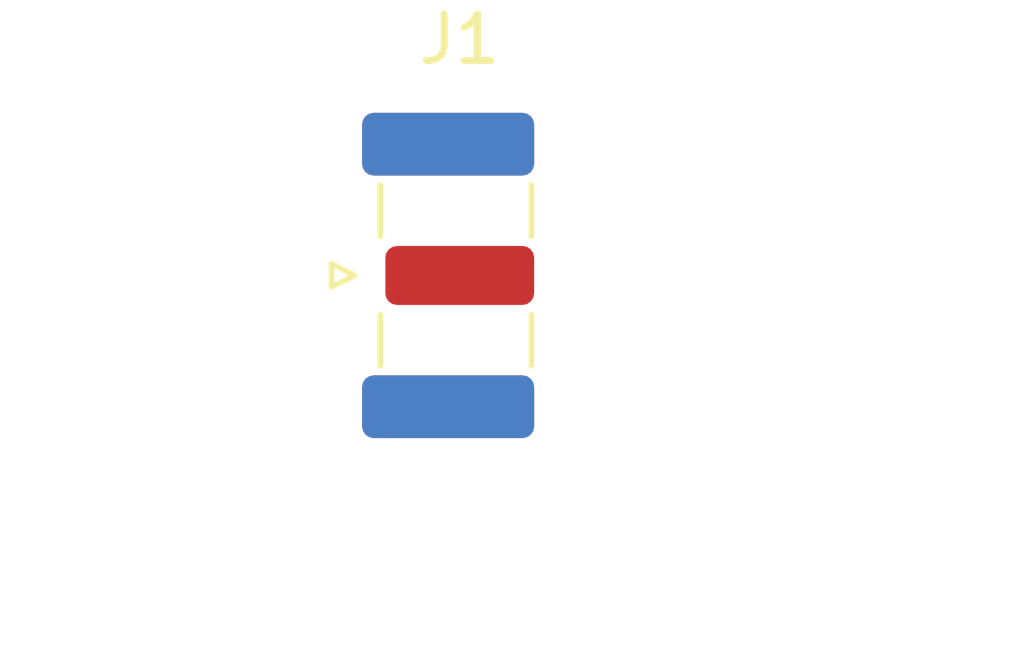
<source format=kicad_pcb>
(kicad_pcb (version 20240108) (generator "pcbnew") (generator_version "8.0")
  (layers (0 "F.Cu" signal) (31 "B.Cu" signal) (34 "B.Paste" user) (35 "F.Paste" user) (36 "B.SilkS" user "B.Silkscreen") (37 "F.SilkS" user "F.Silkscreen") (38 "B.Mask" user) (39 "F.Mask" user) (44 "Edge.Cuts" user))
  (net 0 "")
  (net 2 "/ANT")
  (footprint "Connector_Coaxial:SMA_Samtec_SMA-J-P-H-ST-EM1_EdgeMount" (layer "F.Cu") (at 147.8645 95.885)
    (property "Reference" "J1" (at 0 -5.08 180) (layer "F.SilkS"))
    (property "Value" "Conn_Coaxial")
    (fp_line (start -2.76 -0.25) (end -2.76 0.25) (stroke (width 0.12)) (layer "F.SilkS"))
    (fp_line (start -2.76 0.25) (end -2.26 0) (stroke (width 0.12)) (layer "F.SilkS"))
    (fp_line (start -2.26 0) (end -2.76 -0.25) (stroke (width 0.12)) (layer "F.SilkS"))
    (fp_line (start -1.71 -0.84) (end -1.71 -1.95) (stroke (width 0.12)) (layer "F.SilkS"))
    (fp_line (start -1.71 1.95) (end -1.71 0.84) (stroke (width 0.12)) (layer "F.SilkS"))
    (fp_line (start 1.54 -0.84) (end 1.54 -1.95) (stroke (width 0.12)) (layer "F.SilkS"))
    (fp_line (start 1.54 1.95) (end 1.54 0.84) (stroke (width 0.12)) (layer "F.SilkS"))
    (pad "1" smd roundrect (at 0 0 90) (size 1.27 3.2) (layers "F.Cu" "F.Mask") (roundrect_rratio 0.1968503937) (net 2 "/ANT"))
    (pad "2" smd roundrect (at -0.25 -2.825 90) (size 1.35 3.7) (layers "F.Cu" "F.Mask") (roundrect_rratio 0.1851851852))
    (pad "2" smd roundrect (at -0.25 -2.825 90) (size 1.35 3.7) (layers "B.Cu" "B.Mask") (roundrect_rratio 0.1851851852))
    (pad "2" smd roundrect (at -0.25 2.825 90) (size 1.35 3.7) (layers "F.Cu" "F.Mask") (roundrect_rratio 0.1851851852))
    (pad "2" smd roundrect (at -0.25 2.825 90) (size 1.35 3.7) (layers "B.Cu" "B.Mask") (roundrect_rratio 0.1851851852))
  )
)
</source>
